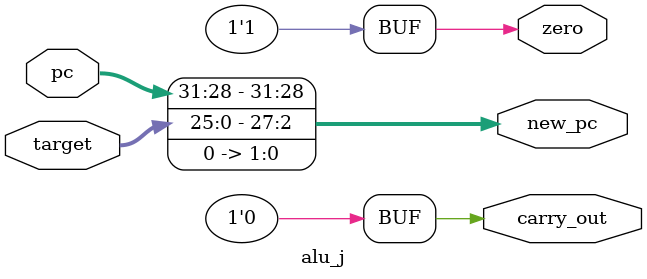
<source format=v>

module alu_r(
  input [31:0] rs, // register source
  input [31:0] rt, // register target
  input [5:0] funct, // function code
  output reg [31:0] rd, // register destination
  output reg zero, // zero flag
  output reg carry_out // carry out flag
);

  //ALU operation based on function code
  always @(*) begin
    case (funct)
      6'b100000: rd = rs + rt;          // add
      6'b100010: rd = rs - rt;          // sub
      6'b100001: rd = rs + rt;          // addu
      6'b100011: rd = rs - rt;          // subu
      6'b100100: rd = rs & rt;          // and
      6'b100101: rd = rs | rt;          // or
      6'b000000: rd = rs << rt;         // sll
      6'b000010: rd = rs >> rt;         // srl
      6'b101010: rd = (rs < rt) ? 1:0;  // slt
      default: rd = 32'hXXXX;           // unknown function code
    endcase
  end

  // zero flag
  assign zero = (rd == 0);

  // carry out flag for subtractions
  assign carry_out = (rt[0] & ~rs[0] & rd[0]) | (~rt[0] & rs[0] & rd[0]);

endmodule
module alu_i(
  input [31:0] rs, // register source
  input [31:0] imm, // immediate
  input [5:0] alu_op, // ALU operation
  output reg [31:0] rd, // register destination
  output reg zero, // zero flag
  output reg carry_out // carry out flag
);

  // ALU operation based on ALU control signals
  always @(*) begin
    case (alu_op)
      6'b001000: rd = rs + imm;   // addi
      6'b001100: rd = rs & imm;   // andi
      6'b001101: rd = rs | imm;   // ori
      6'b011010: rd = rs - imm;   // subi
      6'b001010: rd = (rs < imm) ? 1:0;   // slti
      default: rd = 32'hXXXX;  // unknown ALU operation
    endcase
  end

  // zero flag
  assign zero = (rd == 0);

  // carry out flag for subtractions
  assign carry_out = (imm[0] & ~rs[0] & rd[0]) | (~imm[0] & rs[0] & rd[0]);

endmodule
module alu_j(
  input [31:0] pc, // program counter
  input [25:0] target, // jump target
  output reg [31:0] new_pc, // new program counter
  output reg zero, // zero flag
  output reg carry_out // carry out flag
);

  // new PC value for jump instructions
  always @(*) begin
    new_pc = {pc[31:28], target, 2'b00};
  end

  // zero flag
  assign zero = 1;

  // carry out flag
  assign carry_out = 0;

endmodule

</source>
